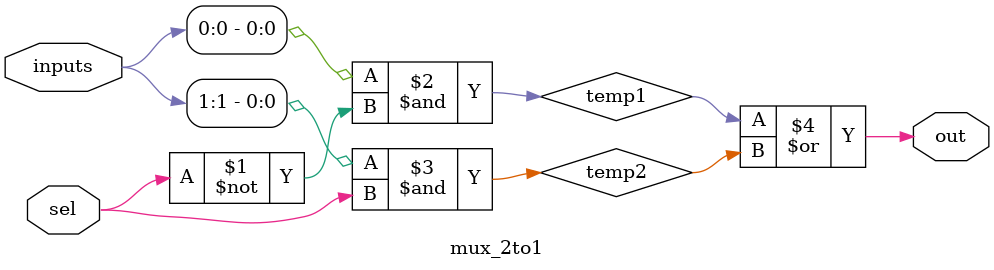
<source format=sv>
module mux_2to1(out, inputs, sel);
 output logic out;
 input logic [1:0] inputs;
 input logic sel;

 and mux1 (temp1, inputs[0], ~sel);
 and mux2 (temp2, inputs[1], sel);
 or add (out, temp1, temp2);
 
endmodule
</source>
